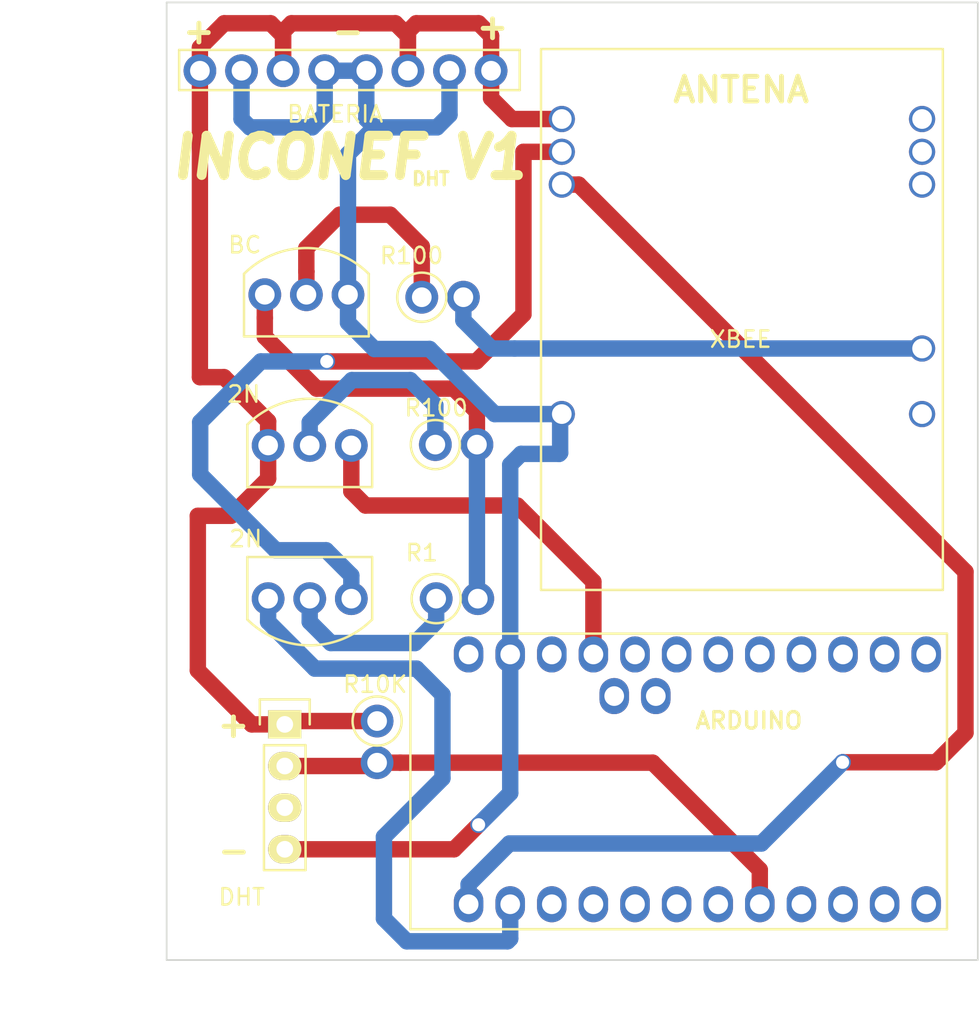
<source format=kicad_pcb>
(kicad_pcb (version 20171130) (host pcbnew "(5.0.2)-1")

  (general
    (thickness 1.6)
    (drawings 14)
    (tracks 141)
    (zones 0)
    (modules 11)
    (nets 39)
  )

  (page A4)
  (layers
    (0 F.Cu signal)
    (31 B.Cu signal)
    (32 B.Adhes user)
    (33 F.Adhes user)
    (34 B.Paste user)
    (35 F.Paste user)
    (36 B.SilkS user)
    (37 F.SilkS user)
    (38 B.Mask user)
    (39 F.Mask user)
    (40 Dwgs.User user)
    (41 Cmts.User user)
    (42 Eco1.User user)
    (43 Eco2.User user)
    (44 Edge.Cuts user)
    (45 Margin user)
    (46 B.CrtYd user)
    (47 F.CrtYd user)
    (48 B.Fab user)
    (49 F.Fab user)
  )

  (setup
    (last_trace_width 1)
    (trace_clearance 0.2)
    (zone_clearance 0.508)
    (zone_45_only no)
    (trace_min 1)
    (segment_width 0.2)
    (edge_width 0.1)
    (via_size 1)
    (via_drill 0.8)
    (via_min_size 0.4)
    (via_min_drill 0.3)
    (uvia_size 0.3)
    (uvia_drill 0.1)
    (uvias_allowed no)
    (uvia_min_size 0.2)
    (uvia_min_drill 0.1)
    (pcb_text_width 0.3)
    (pcb_text_size 1.5 1.5)
    (mod_edge_width 0.15)
    (mod_text_size 1 1)
    (mod_text_width 0.15)
    (pad_size 2 2)
    (pad_drill 0.8)
    (pad_to_mask_clearance 0)
    (solder_mask_min_width 0.25)
    (aux_axis_origin 111.8616 39.116)
    (grid_origin 180.4416 107.696)
    (visible_elements 7FFFFFFF)
    (pcbplotparams
      (layerselection 0x01020_ffffffff)
      (usegerberextensions false)
      (usegerberattributes false)
      (usegerberadvancedattributes false)
      (creategerberjobfile false)
      (excludeedgelayer true)
      (linewidth 0.100000)
      (plotframeref false)
      (viasonmask false)
      (mode 1)
      (useauxorigin false)
      (hpglpennumber 1)
      (hpglpenspeed 20)
      (hpglpendiameter 15.000000)
      (psnegative false)
      (psa4output false)
      (plotreference true)
      (plotvalue true)
      (plotinvisibletext false)
      (padsonsilk false)
      (subtractmaskfromsilk false)
      (outputformat 1)
      (mirror false)
      (drillshape 0)
      (scaleselection 1)
      (outputdirectory "../V0/"))
  )

  (net 0 "")
  (net 1 3.7V)
  (net 2 SENS_DATA)
  (net 3 "Net-(TH1-Pad3)")
  (net 4 GND)
  (net 5 TX_XBEE)
  (net 6 RX_XBEE)
  (net 7 "Net-(U4-Pad5)")
  (net 8 "Net-(U4-Pad6)")
  (net 9 "Net-(U4-Pad7)")
  (net 10 PINOUT_TRANSISTOR)
  (net 11 "Net-(U4-Pad9)")
  (net 12 "Net-(U7-Pad1)")
  (net 13 RX_ARDUINO)
  (net 14 3.7V_OUT-T)
  (net 15 "Net-(U10-Pad2)")
  (net 16 Salida_2T)
  (net 17 "Net-(U5-Pad1)")
  (net 18 "Net-(U2-Pad10)")
  (net 19 "Net-(U2-Pad9)")
  (net 20 "Net-(U2-Pad8)")
  (net 21 "Net-(U2-Pad7)")
  (net 22 "Net-(U2-Pad6)")
  (net 23 "Net-(U2-Pad4)")
  (net 24 "Net-(U2-Pad3)")
  (net 25 "Net-(U2-Pad2)")
  (net 26 "Net-(U2-Pad1)")
  (net 27 "Net-(U2-Pad24)")
  (net 28 "Net-(U2-Pad23)")
  (net 29 "Net-(U2-Pad22)")
  (net 30 "Net-(U2-Pad21)")
  (net 31 "Net-(U2-Pad20)")
  (net 32 "Net-(U2-Pad19)")
  (net 33 "Net-(U2-Pad18)")
  (net 34 "Net-(U2-Pad17)")
  (net 35 "Net-(U2-Pad15)")
  (net 36 "Net-(U2-Pad13)")
  (net 37 "Net-(U2-Pad25)")
  (net 38 "Net-(U2-Pad26)")

  (net_class Default "Esta es la clase de red por defecto."
    (clearance 0.2)
    (trace_width 1)
    (via_dia 1)
    (via_drill 0.8)
    (uvia_dia 0.3)
    (uvia_drill 0.1)
    (add_net 3.7V)
    (add_net 3.7V_OUT-T)
    (add_net GND)
    (add_net "Net-(TH1-Pad3)")
    (add_net "Net-(U10-Pad2)")
    (add_net "Net-(U2-Pad1)")
    (add_net "Net-(U2-Pad10)")
    (add_net "Net-(U2-Pad13)")
    (add_net "Net-(U2-Pad15)")
    (add_net "Net-(U2-Pad17)")
    (add_net "Net-(U2-Pad18)")
    (add_net "Net-(U2-Pad19)")
    (add_net "Net-(U2-Pad2)")
    (add_net "Net-(U2-Pad20)")
    (add_net "Net-(U2-Pad21)")
    (add_net "Net-(U2-Pad22)")
    (add_net "Net-(U2-Pad23)")
    (add_net "Net-(U2-Pad24)")
    (add_net "Net-(U2-Pad25)")
    (add_net "Net-(U2-Pad26)")
    (add_net "Net-(U2-Pad3)")
    (add_net "Net-(U2-Pad4)")
    (add_net "Net-(U2-Pad6)")
    (add_net "Net-(U2-Pad7)")
    (add_net "Net-(U2-Pad8)")
    (add_net "Net-(U2-Pad9)")
    (add_net "Net-(U4-Pad5)")
    (add_net "Net-(U4-Pad6)")
    (add_net "Net-(U4-Pad7)")
    (add_net "Net-(U4-Pad9)")
    (add_net "Net-(U5-Pad1)")
    (add_net "Net-(U7-Pad1)")
    (add_net PINOUT_TRANSISTOR)
    (add_net RX_ARDUINO)
    (add_net RX_XBEE)
    (add_net SENS_DATA)
    (add_net Salida_2T)
    (add_net TX_XBEE)
  )

  (module ProyectoCorcho:ArduinoProMini (layer F.Cu) (tedit 5CADF7E6) (tstamp 5CAB58F0)
    (at 144.272 86.5124)
    (descr "IC, ARDUINO_PRO_MINI x 0,6\"")
    (tags "DIL ARDUINO PRO MINI")
    (path /5CAB0093)
    (fp_text reference ARDUINO (at 3.1496 -3.5814) (layer F.SilkS)
      (effects (font (size 1 1) (thickness 0.2)))
    )
    (fp_text value "" (at 0 0) (layer F.Fab) hide
      (effects (font (size 0.8 0.8) (thickness 0.16)))
    )
    (fp_line (start 15.24 9.144) (end 15.24 -8.89) (layer F.SilkS) (width 0.15))
    (fp_line (start -17.526 -8.89) (end -17.526 9.144) (layer F.SilkS) (width 0.15))
    (fp_line (start 15.24 9.144) (end -17.526 9.144) (layer F.SilkS) (width 0.15))
    (fp_line (start -17.526 -8.89) (end 15.24 -8.89) (layer F.SilkS) (width 0.15))
    (pad 12 thru_hole oval (at -13.97 7.62) (size 1.8 2.19964) (drill 1.2) (layers *.Cu *.Mask)
      (net 6 RX_XBEE))
    (pad 11 thru_hole oval (at -11.43 7.62) (size 1.8 2.19964) (drill 1.2) (layers *.Cu *.Mask)
      (net 13 RX_ARDUINO))
    (pad 10 thru_hole oval (at -8.89 7.62) (size 1.8 2.19964) (drill 1.2) (layers *.Cu *.Mask)
      (net 18 "Net-(U2-Pad10)"))
    (pad 9 thru_hole oval (at -6.35 7.62) (size 1.8 2.19964) (drill 1.2) (layers *.Cu *.Mask)
      (net 19 "Net-(U2-Pad9)"))
    (pad 8 thru_hole oval (at -3.81 7.62) (size 1.8 2.19964) (drill 1.2) (layers *.Cu *.Mask)
      (net 20 "Net-(U2-Pad8)"))
    (pad 7 thru_hole oval (at -1.27 7.62) (size 1.8 2.19964) (drill 1.2) (layers *.Cu *.Mask)
      (net 21 "Net-(U2-Pad7)"))
    (pad 6 thru_hole oval (at 1.27 7.62) (size 1.8 2.19964) (drill 1.2) (layers *.Cu *.Mask)
      (net 22 "Net-(U2-Pad6)"))
    (pad 5 thru_hole oval (at 3.81 7.62) (size 1.8 2.19964) (drill 1.2) (layers *.Cu *.Mask)
      (net 2 SENS_DATA))
    (pad 4 thru_hole oval (at 6.35 7.62) (size 1.8 2.19964) (drill 1.2) (layers *.Cu *.Mask)
      (net 23 "Net-(U2-Pad4)"))
    (pad 3 thru_hole oval (at 8.89 7.62) (size 1.8 2.19964) (drill 1.2) (layers *.Cu *.Mask)
      (net 24 "Net-(U2-Pad3)"))
    (pad 2 thru_hole oval (at 11.43 7.62) (size 1.8 2.19964) (drill 1.2) (layers *.Cu *.Mask)
      (net 25 "Net-(U2-Pad2)"))
    (pad 1 thru_hole oval (at 13.97 7.62) (size 1.8 2.19964) (drill 1.2) (layers *.Cu *.Mask)
      (net 26 "Net-(U2-Pad1)"))
    (pad 24 thru_hole oval (at 13.97 -7.62) (size 1.8 2.19964) (drill 1.2) (layers *.Cu *.Mask)
      (net 27 "Net-(U2-Pad24)"))
    (pad 23 thru_hole oval (at 11.43 -7.62) (size 1.8 2.19964) (drill 1.2) (layers *.Cu *.Mask)
      (net 28 "Net-(U2-Pad23)"))
    (pad 22 thru_hole oval (at 8.89 -7.62) (size 1.8 2.19964) (drill 1.2) (layers *.Cu *.Mask)
      (net 29 "Net-(U2-Pad22)"))
    (pad 21 thru_hole oval (at 6.35 -7.62) (size 1.8 2.19964) (drill 1.2) (layers *.Cu *.Mask)
      (net 30 "Net-(U2-Pad21)"))
    (pad 20 thru_hole oval (at 3.81 -7.62) (size 1.8 2.19964) (drill 1.2) (layers *.Cu *.Mask)
      (net 31 "Net-(U2-Pad20)"))
    (pad 19 thru_hole oval (at 1.27 -7.62) (size 1.8 2.19964) (drill 1.2) (layers *.Cu *.Mask)
      (net 32 "Net-(U2-Pad19)"))
    (pad 18 thru_hole oval (at -1.27 -7.62) (size 1.8 2.19964) (drill 1.2) (layers *.Cu *.Mask)
      (net 33 "Net-(U2-Pad18)"))
    (pad 17 thru_hole oval (at -3.81 -7.62) (size 1.8 2.19964) (drill 1.2) (layers *.Cu *.Mask)
      (net 34 "Net-(U2-Pad17)"))
    (pad 16 thru_hole oval (at -6.35 -7.62) (size 1.8 2.19964) (drill 1.2) (layers *.Cu *.Mask)
      (net 14 3.7V_OUT-T))
    (pad 15 thru_hole oval (at -8.89 -7.62) (size 1.8 2.19964) (drill 1.2) (layers *.Cu *.Mask)
      (net 35 "Net-(U2-Pad15)"))
    (pad 14 thru_hole oval (at -11.43 -7.62) (size 1.8 2.19964) (drill 1.2) (layers *.Cu *.Mask)
      (net 4 GND))
    (pad 13 thru_hole oval (at -13.97 -7.62) (size 1.8 2.19964) (drill 1.2) (layers *.Cu *.Mask)
      (net 36 "Net-(U2-Pad13)"))
    (pad 25 thru_hole oval (at -2.54 -5.08) (size 1.8 2.19964) (drill 1.2) (layers *.Cu *.Mask)
      (net 37 "Net-(U2-Pad25)"))
    (pad 26 thru_hole oval (at -5.08 -5.08) (size 1.8 2.19964) (drill 1.2) (layers *.Cu *.Mask)
      (net 38 "Net-(U2-Pad26)"))
    (model Socket_Strips.3dshapes/Socket_Strip_Straight_1x02_Pitch2.54mm.wrl
      (offset (xyz -3.809999942779541 5.079999923706055 0))
      (scale (xyz 1 1 1))
      (rotate (xyz 0 0 0))
    )
    (model Socket_Strips.3dshapes/Socket_Strip_Straight_1x03_Pitch2.54mm.wrl
      (offset (xyz 13.96999979019165 2.539999961853027 0))
      (scale (xyz 1 1 1))
      (rotate (xyz 0 0 90))
    )
    (model Socket_Strips.3dshapes/Socket_Strip_Straight_1x12_Pitch2.54mm.wrl
      (offset (xyz 0 7.619999885559082 0))
      (scale (xyz 1 1 1))
      (rotate (xyz 0 0 0))
    )
    (model Socket_Strips.3dshapes/Socket_Strip_Straight_1x12_Pitch2.54mm.wrl
      (offset (xyz 0 -7.619999885559082 0))
      (scale (xyz 1 1 1))
      (rotate (xyz 0 0 0))
    )
    (model Socket_Strips.3dshapes/Socket_Strip_Straight_1x02_Pitch2.54mm.wrl
      (offset (xyz 6.349999904632568 5.079999923706055 0))
      (scale (xyz 1 1 1))
      (rotate (xyz 0 0 0))
    )
    (model ${MYSLOCAL}/mysensors.3dshapes/mysensors_arduino.3dshapes/arduino_pro_mini.wrl
      (offset (xyz -1.269999980926514 0 12.19199981689453))
      (scale (xyz 0.395 0.395 0.395))
      (rotate (xyz 0 0 180))
    )
    (model SMD_Packages.3dshapes/TQFP-32.wrl
      (offset (xyz 1.269999980926514 0 13.01749980449676))
      (scale (xyz 1 1 1))
      (rotate (xyz 0 0 315))
    )
    (model Pin_Headers.3dshapes/Pin_Header_Straight_1x12_Pitch2.54mm.wrl
      (offset (xyz 13.96999979019165 -7.619999885559082 11.30299983024597))
      (scale (xyz 1 1 1))
      (rotate (xyz 0 180 90))
    )
    (model Pin_Headers.3dshapes/Pin_Header_Straight_1x12_Pitch2.54mm.wrl
      (offset (xyz 13.96999979019165 7.619999885559082 11.30299983024597))
      (scale (xyz 1 1 1))
      (rotate (xyz 0 180 90))
    )
    (model Pin_Headers.3dshapes/Pin_Header_Straight_1x03_Pitch2.54mm.wrl
      (offset (xyz 13.96999979019165 5.079999923706055 11.30299983024597))
      (scale (xyz 1 1 1))
      (rotate (xyz 0 180 0))
    )
    (model Pin_Headers.3dshapes/Pin_Header_Straight_1x02_Pitch2.54mm.wrl
      (offset (xyz 7.619999885559082 5.079999923706055 11.30299983024597))
      (scale (xyz 1 1 1))
      (rotate (xyz 0 180 90))
    )
    (model Pin_Headers.3dshapes/Pin_Header_Straight_1x02_Pitch2.54mm.wrl
      (offset (xyz -2.539999961853027 5.079999923706055 11.30299983024597))
      (scale (xyz 1 1 1))
      (rotate (xyz 0 180 90))
    )
    (model ${MYSLOCAL}/mysensors.3dshapes/w.lain.3dshapes/smd_leds/led_0603.wrl
      (offset (xyz -7.619999885559082 0 13.01749980449676))
      (scale (xyz 1 1 1))
      (rotate (xyz 0 0 0))
    )
    (model ${MYSLOCAL}/mysensors.3dshapes/w.lain.3dshapes/smd_leds/led_0603.wrl
      (offset (xyz 13.96999979019165 -4.444999933242798 13.01749980449676))
      (scale (xyz 1 1 1))
      (rotate (xyz 0 0 0))
    )
    (model Pin_Headers.3dshapes/Pin_Header_Angled_1x06_Pitch2.54mm.wrl
      (offset (xyz -16.50999975204468 -6.349999904632568 13.01749980449676))
      (scale (xyz 1 1 1))
      (rotate (xyz 0 0 180))
    )
    (model Resistors_SMD.3dshapes/R_0603.wrl
      (offset (xyz -7.619999885559082 -1.269999980926514 13.01749980449676))
      (scale (xyz 1 1 1))
      (rotate (xyz 0 0 0))
    )
    (model Resistors_SMD.3dshapes/R_0603.wrl
      (offset (xyz 13.96999979019165 -3.174999952316284 13.01749980449676))
      (scale (xyz 1 1 1))
      (rotate (xyz 0 0 0))
    )
    (model Capacitors_SMD.3dshapes/C_0603.wrl
      (offset (xyz -7.619999885559082 1.269999980926514 13.01749980449676))
      (scale (xyz 1 1 1))
      (rotate (xyz 0 0 0))
    )
    (model Capacitors_Tantalum_SMD.3dshapes/CP_Tantalum_Case-S_EIA-3216-12.wrl
      (offset (xyz -8.889999866485596 3.809999942779541 13.01749980449676))
      (scale (xyz 1 1 1))
      (rotate (xyz 0 0 0))
    )
    (model Capacitors_Tantalum_SMD.3dshapes/CP_Tantalum_Case-S_EIA-3216-12.wrl
      (offset (xyz -8.889999866485596 -3.809999942779541 13.01749980449676))
      (scale (xyz 1 1 1))
      (rotate (xyz 0 0 0))
    )
    (model TO_SOT_Packages_SMD.3dshapes/SOT-23-5.wrl
      (offset (xyz -10.15999984741211 0 13.01749980449676))
      (scale (xyz 1 1 1))
      (rotate (xyz 0 0 90))
    )
    (model Capacitors_SMD.3dshapes/C_1210.wrl
      (offset (xyz -12.69999980926514 0 13.01749980449676))
      (scale (xyz 1 1 1))
      (rotate (xyz 0 0 90))
    )
    (model ${MYSLOCAL}/mysensors.3dshapes/w.lain.3dshapes/switch/smd_push.wrl
      (offset (xyz 10.15999984741211 0 13.01749980449676))
      (scale (xyz 1 1 1))
      (rotate (xyz 0 0 90))
    )
  )

  (module ProyectoCorcho:XBEE (layer F.Cu) (tedit 5CAB5DF0) (tstamp 5CAB5942)
    (at 134.7216 44.958)
    (path /5CAAFF90)
    (fp_text reference XBEE (at 12.1916 14.708) (layer F.SilkS)
      (effects (font (size 1 1) (thickness 0.15)))
    )
    (fp_text value "" (at 12.7 -1.27) (layer F.Fab)
      (effects (font (size 1 1) (thickness 0.15)))
    )
    (fp_line (start 0 -3) (end 24.54 -3) (layer F.SilkS) (width 0.15))
    (fp_line (start 24.54 -3) (end 24.54 30) (layer F.SilkS) (width 0.15))
    (fp_line (start 24.54 30) (end 0 30) (layer F.SilkS) (width 0.15))
    (fp_line (start 0 30) (end 0 -3) (layer F.SilkS) (width 0.15))
    (pad 1 thru_hole circle (at 1.27 1.27) (size 1.6 1.6) (drill 1.2) (layers *.Cu *.Mask)
      (net 1 3.7V))
    (pad 2 thru_hole circle (at 1.27 3.27) (size 1.6 1.6) (drill 1.2) (layers *.Cu *.Mask)
      (net 5 TX_XBEE))
    (pad 3 thru_hole circle (at 1.27 5.27) (size 1.6 1.6) (drill 1.2) (layers *.Cu *.Mask)
      (net 6 RX_XBEE))
    (pad 4 thru_hole circle (at 1.27 19.27) (size 1.6 1.6) (drill 1.2) (layers *.Cu *.Mask)
      (net 4 GND))
    (pad 5 thru_hole circle (at 23.27 1.27) (size 1.6 1.6) (drill 1.2) (layers *.Cu *.Mask)
      (net 7 "Net-(U4-Pad5)"))
    (pad 6 thru_hole circle (at 23.27 3.27) (size 1.6 1.6) (drill 1.2) (layers *.Cu *.Mask)
      (net 8 "Net-(U4-Pad6)"))
    (pad 7 thru_hole circle (at 23.27 5.27) (size 1.6 1.6) (drill 1.2) (layers *.Cu *.Mask)
      (net 9 "Net-(U4-Pad7)"))
    (pad 8 thru_hole circle (at 23.27 15.27) (size 1.6 1.6) (drill 1.2) (layers *.Cu *.Mask)
      (net 10 PINOUT_TRANSISTOR))
    (pad 9 thru_hole circle (at 23.27 19.27) (size 1.6 1.6) (drill 1.2) (layers *.Cu *.Mask)
      (net 11 "Net-(U4-Pad9)"))
  )

  (module ProyectoCorcho:PinesBateria (layer F.Cu) (tedit 5CAB5E14) (tstamp 5CAB407A)
    (at 112.6236 42.0116)
    (path /5CAB0001)
    (fp_text reference BATERIA (at 9.528 3.9144) (layer F.SilkS)
      (effects (font (size 1 1) (thickness 0.15)))
    )
    (fp_text value "" (at 10.16 -1.27) (layer F.Fab)
      (effects (font (size 1 1) (thickness 0.15)))
    )
    (fp_line (start 0 0) (end 20.8 0) (layer F.SilkS) (width 0.15))
    (fp_line (start 20.8 0) (end 20.8 2.45) (layer F.SilkS) (width 0.15))
    (fp_line (start 20.8 2.45) (end 0 2.45) (layer F.SilkS) (width 0.15))
    (fp_line (start 0 2.45) (end 0 0) (layer F.SilkS) (width 0.15))
    (pad 1 thru_hole circle (at 1.27 1.27) (size 2 2) (drill 1.2) (layers *.Cu *.Mask)
      (net 1 3.7V))
    (pad 2 thru_hole circle (at 3.81 1.27) (size 2 2) (drill 1.2) (layers *.Cu *.Mask)
      (net 4 GND))
    (pad 3 thru_hole circle (at 6.35 1.27) (size 2 2) (drill 1.2) (layers *.Cu *.Mask)
      (net 1 3.7V))
    (pad 4 thru_hole circle (at 8.89 1.27) (size 2 2) (drill 1.2) (layers *.Cu *.Mask)
      (net 4 GND))
    (pad 5 thru_hole circle (at 11.43 1.27) (size 2 2) (drill 1.2) (layers *.Cu *.Mask)
      (net 4 GND))
    (pad 6 thru_hole circle (at 13.97 1.27) (size 2 2) (drill 1.2) (layers *.Cu *.Mask)
      (net 1 3.7V))
    (pad 7 thru_hole circle (at 16.51 1.27) (size 2 2) (drill 1.2) (layers *.Cu *.Mask)
      (net 4 GND))
    (pad 8 thru_hole circle (at 19.05 1.27) (size 2 2) (drill 1.2) (layers *.Cu *.Mask)
      (net 1 3.7V))
  )

  (module ProyectoCorcho:Transistor1 (layer B.Cu) (tedit 5CAB5E63) (tstamp 5CAB4043)
    (at 120.5992 66.1416)
    (path /5CAB0548)
    (fp_text reference 2N (at -4.0276 -3.1256) (layer F.SilkS)
      (effects (font (size 1 1) (thickness 0.15)))
    )
    (fp_text value "" (at 0 3.81) (layer B.Fab)
      (effects (font (size 1 1) (thickness 0.15)) (justify mirror))
    )
    (fp_arc (start 0 2.54) (end 3.81 -1.27) (angle -90) (layer F.SilkS) (width 0.15))
    (fp_line (start 3.81 2.54) (end 3.81 -1.27) (layer F.SilkS) (width 0.15))
    (fp_line (start -3.81 2.54) (end 3.81 2.54) (layer F.SilkS) (width 0.15))
    (fp_line (start -3.81 -1.27) (end -3.81 2.54) (layer F.SilkS) (width 0.15))
    (pad 3 thru_hole circle (at 2.54 0) (size 2 2) (drill 1.2) (layers *.Cu *.Mask)
      (net 14 3.7V_OUT-T))
    (pad 2 thru_hole circle (at 0 0) (size 2 2) (drill 1.2) (layers *.Cu *.Mask)
      (net 15 "Net-(U10-Pad2)"))
    (pad 1 thru_hole circle (at -2.54 0) (size 2 2) (drill 1.2) (layers *.Cu *.Mask)
      (net 1 3.7V))
  )

  (module Sensors:DHT22_Temperature_Humidity (layer F.Cu) (tedit 5CAB5DB0) (tstamp 5CAB401C)
    (at 119.0752 86.9696 270)
    (path /5CAAFEFB)
    (fp_text reference DHT (at 6.7264 2.6336) (layer F.SilkS)
      (effects (font (size 1 1) (thickness 0.15)))
    )
    (fp_text value "" (at 0 5.445 270) (layer F.Fab)
      (effects (font (size 1 1) (thickness 0.15)))
    )
    (fp_line (start -2.54 1.27) (end -2.54 -1.27) (layer F.SilkS) (width 0.15))
    (fp_line (start 5.08 1.27) (end -2.54 1.27) (layer F.SilkS) (width 0.15))
    (fp_line (start 5.08 -1.27) (end 5.08 1.27) (layer F.SilkS) (width 0.15))
    (fp_line (start -2.54 -1.27) (end 5.08 -1.27) (layer F.SilkS) (width 0.15))
    (fp_line (start -5.334 1.524) (end -3.81 1.524) (layer F.SilkS) (width 0.15))
    (fp_line (start -5.334 -1.524) (end -5.334 1.524) (layer F.SilkS) (width 0.15))
    (fp_line (start -3.81 -1.524) (end -5.334 -1.524) (layer F.SilkS) (width 0.15))
    (fp_line (start -7.62 4.3) (end 7.62 4.3) (layer B.CrtYd) (width 0.15))
    (fp_line (start -7.62 -3.3) (end -7.62 4.3) (layer B.CrtYd) (width 0.15))
    (fp_line (start 7.62 -3.3) (end 7.62 4.3) (layer B.CrtYd) (width 0.15))
    (fp_line (start -7.62 -3.3) (end 7.62 -3.3) (layer B.CrtYd) (width 0.15))
    (fp_line (start -7.62 -2) (end 7.62 -2) (layer B.CrtYd) (width 0.15))
    (pad 1 thru_hole rect (at -3.81 0) (size 2.032 1.7272) (drill 1.016) (layers *.Cu *.Mask F.SilkS)
      (net 1 3.7V))
    (pad 2 thru_hole oval (at -1.27 0) (size 2.032 1.7272) (drill 1.016) (layers *.Cu *.Mask F.SilkS)
      (net 2 SENS_DATA))
    (pad 3 thru_hole oval (at 1.27 0) (size 2.032 1.7272) (drill 1.016) (layers *.Cu *.Mask F.SilkS)
      (net 3 "Net-(TH1-Pad3)"))
    (pad 4 thru_hole oval (at 3.81 0) (size 2.032 1.7272) (drill 1.016) (layers *.Cu *.Mask F.SilkS)
      (net 4 GND))
  )

  (module ProyectoCorcho:ResitenciaVertical (layer F.Cu) (tedit 5CAB5D2A) (tstamp 5CAB406A)
    (at 128.27 66.0908)
    (path /5CAB0154)
    (fp_text reference R100 (at 0.0516 -2.2348) (layer F.SilkS)
      (effects (font (size 1 1) (thickness 0.15)))
    )
    (fp_text value "" (at 1.27 -2.54) (layer F.Fab)
      (effects (font (size 1 1) (thickness 0.15)))
    )
    (fp_circle (center 0 0) (end 1.5 0) (layer F.SilkS) (width 0.15))
    (pad 1 thru_hole circle (at 0 0) (size 2 2) (drill 1.2) (layers *.Cu *.Mask)
      (net 15 "Net-(U10-Pad2)"))
    (pad 2 thru_hole circle (at 2.54 0) (size 2 2) (drill 1.2) (layers *.Cu *.Mask)
      (net 16 Salida_2T))
  )

  (module ProyectoCorcho:ResitenciaVertical (layer F.Cu) (tedit 5CAB5D89) (tstamp 5CAB4063)
    (at 128.3208 75.4888)
    (path /5CAB0275)
    (fp_text reference R1 (at -0.8792 -2.7928) (layer F.SilkS)
      (effects (font (size 1 1) (thickness 0.15)))
    )
    (fp_text value "" (at 1.27 -2.54) (layer F.Fab)
      (effects (font (size 1 1) (thickness 0.15)))
    )
    (fp_circle (center 0 0) (end 1.5 0) (layer F.SilkS) (width 0.15))
    (pad 1 thru_hole circle (at 0 0) (size 2 2) (drill 1.2) (layers *.Cu *.Mask)
      (net 12 "Net-(U7-Pad1)"))
    (pad 2 thru_hole circle (at 2.54 0) (size 2 2) (drill 1.2) (layers *.Cu *.Mask)
      (net 16 Salida_2T))
  )

  (module ProyectoCorcho:ResitenciaVertical (layer F.Cu) (tedit 5CAB5D15) (tstamp 5CAB405C)
    (at 127.4416 57.0992)
    (path /5CAB01CC)
    (fp_text reference R100 (at -0.6264 -2.5332) (layer F.SilkS)
      (effects (font (size 1 1) (thickness 0.15)))
    )
    (fp_text value "" (at 1.27 -2.54) (layer F.Fab)
      (effects (font (size 1 1) (thickness 0.15)))
    )
    (fp_circle (center 0 0) (end 1.5 0) (layer F.SilkS) (width 0.15))
    (pad 2 thru_hole circle (at 2.54 0) (size 2 2) (drill 1.2) (layers *.Cu *.Mask)
      (net 10 PINOUT_TRANSISTOR))
    (pad 1 thru_hole circle (at 0 0) (size 2 2) (drill 1.2) (layers *.Cu *.Mask)
      (net 17 "Net-(U5-Pad1)"))
  )

  (module ProyectoCorcho:ResitenciaVertical (layer F.Cu) (tedit 5CAB5DCC) (tstamp 5CAB4055)
    (at 124.714 82.9564 270)
    (path /5CAB25D5)
    (fp_text reference " R10K" (at -2.2404 0.5024) (layer F.SilkS)
      (effects (font (size 1 1) (thickness 0.15)))
    )
    (fp_text value "" (at 1.27 -2.54 270) (layer F.Fab)
      (effects (font (size 1 1) (thickness 0.15)))
    )
    (fp_circle (center 0 0) (end 1.5 0) (layer F.SilkS) (width 0.15))
    (pad 1 thru_hole circle (at 0 0 270) (size 2 2) (drill 1.2) (layers *.Cu *.Mask)
      (net 1 3.7V))
    (pad 2 thru_hole circle (at 2.54 0 270) (size 2 2) (drill 1.2) (layers *.Cu *.Mask)
      (net 2 SENS_DATA))
  )

  (module ProyectoCorcho:Transistor (layer F.Cu) (tedit 5CAE0039) (tstamp 5CAB404E)
    (at 120.396 56.9468)
    (path /5CAB0484)
    (fp_text reference BC (at -3.7644 -3.0408) (layer F.SilkS)
      (effects (font (size 1 1) (thickness 0.15)))
    )
    (fp_text value "" (at 0 -3.81) (layer F.Fab)
      (effects (font (size 1 1) (thickness 0.15)))
    )
    (fp_line (start 3.81 -1.27) (end 3.81 2.54) (layer F.SilkS) (width 0.15))
    (fp_line (start 3.81 2.54) (end -3.81 2.54) (layer F.SilkS) (width 0.15))
    (fp_line (start -3.81 2.54) (end -3.81 -1.27) (layer F.SilkS) (width 0.15))
    (fp_arc (start 0 2.54) (end -3.81 -1.27) (angle 90) (layer F.SilkS) (width 0.15))
    (pad 1 thru_hole circle (at -2.54 0) (size 2 2) (drill 1.2) (layers *.Cu *.Mask)
      (net 16 Salida_2T))
    (pad 2 thru_hole circle (at 0 0) (size 2 2) (drill 1.2) (layers *.Cu *.Mask)
      (net 17 "Net-(U5-Pad1)"))
    (pad 3 thru_hole circle (at 2.54 0) (size 2 2) (drill 1.2) (layers *.Cu *.Mask)
      (net 4 GND))
  )

  (module ProyectoCorcho:Transistor1 (layer B.Cu) (tedit 5CAB5E45) (tstamp 5CAB4038)
    (at 120.5992 75.4888 180)
    (path /5CAB0508)
    (fp_text reference 2N (at 3.9076 3.6528 180) (layer F.SilkS)
      (effects (font (size 1 1) (thickness 0.15)))
    )
    (fp_text value "" (at 0 3.81 180) (layer B.Fab)
      (effects (font (size 1 1) (thickness 0.15)) (justify mirror))
    )
    (fp_line (start -3.81 -1.27) (end -3.81 2.54) (layer F.SilkS) (width 0.15))
    (fp_line (start -3.81 2.54) (end 3.81 2.54) (layer F.SilkS) (width 0.15))
    (fp_line (start 3.81 2.54) (end 3.81 -1.27) (layer F.SilkS) (width 0.15))
    (fp_arc (start 0 2.54) (end 3.81 -1.27) (angle -90) (layer F.SilkS) (width 0.15))
    (pad 1 thru_hole circle (at -2.54 0 180) (size 2 2) (drill 1.2) (layers *.Cu *.Mask)
      (net 5 TX_XBEE))
    (pad 2 thru_hole circle (at 0 0 180) (size 2 2) (drill 1.2) (layers *.Cu *.Mask)
      (net 12 "Net-(U7-Pad1)"))
    (pad 3 thru_hole circle (at 2.54 0 180) (size 2 2) (drill 1.2) (layers *.Cu *.Mask)
      (net 13 RX_ARDUINO))
  )

  (dimension 49.53 (width 0.3) (layer Dwgs.User)
    (gr_text "49,530 mm" (at 136.6266 102.810999) (layer Dwgs.User)
      (effects (font (size 1.5 1.5) (thickness 0.3)))
    )
    (feature1 (pts (xy 161.3916 97.536) (xy 161.3916 101.29742)))
    (feature2 (pts (xy 111.8616 97.536) (xy 111.8616 101.29742)))
    (crossbar (pts (xy 111.8616 100.710999) (xy 161.3916 100.710999)))
    (arrow1a (pts (xy 161.3916 100.710999) (xy 160.265096 101.29742)))
    (arrow1b (pts (xy 161.3916 100.710999) (xy 160.265096 100.124578)))
    (arrow2a (pts (xy 111.8616 100.710999) (xy 112.988104 101.29742)))
    (arrow2b (pts (xy 111.8616 100.710999) (xy 112.988104 100.124578)))
  )
  (gr_line (start 161.3916 97.536) (end 111.8616 97.536) (layer Edge.Cuts) (width 0.1))
  (gr_line (start 161.3916 39.116) (end 161.3916 97.536) (layer Edge.Cuts) (width 0.1))
  (gr_line (start 111.8616 39.116) (end 161.3916 39.116) (layer Edge.Cuts) (width 0.1))
  (gr_text "DHT\n" (at 127.9916 49.876) (layer F.SilkS)
    (effects (font (size 0.8 0.8) (thickness 0.2)))
  )
  (gr_text "INCONEF V1\n" (at 123.0416 48.566) (layer F.SilkS)
    (effects (font (size 2.4 2.4) (thickness 0.6) italic))
  )
  (dimension 58.42 (width 0.3) (layer Dwgs.User)
    (gr_text "58,420 mm" (at 107.2216 68.326 90) (layer Dwgs.User)
      (effects (font (size 1.5 1.5) (thickness 0.3)))
    )
    (feature1 (pts (xy 111.8616 39.116) (xy 108.735179 39.116)))
    (feature2 (pts (xy 111.8616 97.536) (xy 108.735179 97.536)))
    (crossbar (pts (xy 109.3216 97.536) (xy 109.3216 39.116)))
    (arrow1a (pts (xy 109.3216 39.116) (xy 109.908021 40.242504)))
    (arrow1b (pts (xy 109.3216 39.116) (xy 108.735179 40.242504)))
    (arrow2a (pts (xy 109.3216 97.536) (xy 109.908021 96.409496)))
    (arrow2b (pts (xy 109.3216 97.536) (xy 108.735179 96.409496)))
  )
  (gr_line (start 111.8616 39.116) (end 111.8616 97.536) (layer Edge.Cuts) (width 0.1))
  (gr_text - (at 115.9716 90.846) (layer F.SilkS) (tstamp 5CAB661B)
    (effects (font (size 1.5 1.5) (thickness 0.3)) (justify mirror))
  )
  (gr_text + (at 115.9416 83.166) (layer F.SilkS) (tstamp 5CAB660B)
    (effects (font (size 1.5 1.5) (thickness 0.3)))
  )
  (gr_text - (at 122.9316 40.856) (layer F.SilkS)
    (effects (font (size 1.5 1.5) (thickness 0.3)) (justify mirror))
  )
  (gr_text + (at 131.7616 40.586) (layer F.SilkS) (tstamp 5CAB660B)
    (effects (font (size 1.5 1.5) (thickness 0.3)))
  )
  (gr_text + (at 113.8316 40.846) (layer F.SilkS)
    (effects (font (size 1.5 1.5) (thickness 0.3)))
  )
  (gr_text ANTENA (at 146.9416 44.446) (layer F.SilkS)
    (effects (font (size 1.5 1.5) (thickness 0.3)))
  )

  (segment (start 131.6736 43.2816) (end 131.094602 43.2816) (width 0.25) (layer F.Cu) (net 1))
  (segment (start 113.8936 43.2816) (end 113.8936 61.976) (width 1) (layer F.Cu) (net 1))
  (segment (start 119.2784 82.9564) (end 119.0752 83.1596) (width 1) (layer F.Cu) (net 1))
  (segment (start 124.714 82.9564) (end 119.2784 82.9564) (width 1) (layer F.Cu) (net 1))
  (segment (start 117.0592 83.1596) (end 113.7666 79.867) (width 1) (layer F.Cu) (net 1))
  (segment (start 119.0752 83.1596) (end 117.0592 83.1596) (width 1) (layer F.Cu) (net 1))
  (segment (start 113.7666 79.867) (end 113.7666 70.4342) (width 1) (layer F.Cu) (net 1))
  (segment (start 118.9736 41.148) (end 118.9736 43.2816) (width 1) (layer F.Cu) (net 1))
  (segment (start 118.2116 40.386) (end 118.9736 41.148) (width 1) (layer F.Cu) (net 1))
  (segment (start 115.374987 40.386) (end 118.2116 40.386) (width 1) (layer F.Cu) (net 1))
  (segment (start 113.8936 43.2816) (end 113.8936 41.867387) (width 1) (layer F.Cu) (net 1))
  (segment (start 113.8936 41.867387) (end 115.374987 40.386) (width 1) (layer F.Cu) (net 1))
  (segment (start 126.5936 41.148) (end 126.5936 43.2816) (width 1) (layer F.Cu) (net 1))
  (segment (start 125.8316 40.386) (end 126.5936 41.148) (width 1) (layer F.Cu) (net 1))
  (segment (start 119.4816 40.386) (end 125.8316 40.386) (width 1) (layer F.Cu) (net 1))
  (segment (start 118.9736 43.2816) (end 118.9736 40.894) (width 1) (layer F.Cu) (net 1))
  (segment (start 118.9736 40.894) (end 119.4816 40.386) (width 1) (layer F.Cu) (net 1))
  (segment (start 126.5936 43.2816) (end 126.5936 40.894) (width 1) (layer F.Cu) (net 1))
  (segment (start 126.5936 40.894) (end 127.1016 40.386) (width 1) (layer F.Cu) (net 1))
  (segment (start 127.1016 40.386) (end 130.9116 40.386) (width 1) (layer F.Cu) (net 1))
  (segment (start 131.6736 41.148) (end 131.6736 43.2816) (width 1) (layer F.Cu) (net 1))
  (segment (start 130.9116 40.386) (end 131.6736 41.148) (width 1) (layer F.Cu) (net 1))
  (segment (start 132.9436 46.228) (end 135.89 46.228) (width 1) (layer F.Cu) (net 1))
  (segment (start 131.6736 43.2816) (end 131.6736 44.958) (width 1) (layer F.Cu) (net 1))
  (segment (start 131.6736 44.958) (end 132.9436 46.228) (width 1) (layer F.Cu) (net 1))
  (segment (start 118.0592 66.1416) (end 118.0592 64.6684) (width 1) (layer F.Cu) (net 1))
  (segment (start 115.3668 61.976) (end 113.8936 61.976) (width 1) (layer F.Cu) (net 1))
  (segment (start 118.0592 64.6684) (end 115.3668 61.976) (width 1) (layer F.Cu) (net 1))
  (segment (start 118.0592 66.1416) (end 118.0592 68.1736) (width 1) (layer F.Cu) (net 1))
  (segment (start 115.7986 70.4342) (end 113.7666 70.4342) (width 1) (layer F.Cu) (net 1))
  (segment (start 118.0592 68.1736) (end 115.7986 70.4342) (width 1) (layer F.Cu) (net 1))
  (segment (start 119.2784 85.4964) (end 119.0752 85.6996) (width 0.25) (layer F.Cu) (net 2))
  (segment (start 148.082 93.93258) (end 148.082 94.1324) (width 0.25) (layer F.Cu) (net 2))
  (segment (start 126.128213 85.4964) (end 124.714 85.4964) (width 1) (layer F.Cu) (net 2))
  (segment (start 141.54582 85.4964) (end 126.128213 85.4964) (width 1) (layer F.Cu) (net 2))
  (segment (start 148.082 92.03258) (end 141.54582 85.4964) (width 1) (layer F.Cu) (net 2))
  (segment (start 148.082 94.1324) (end 148.082 92.03258) (width 1) (layer F.Cu) (net 2))
  (segment (start 124.5108 85.6996) (end 124.714 85.4964) (width 1) (layer F.Cu) (net 2))
  (segment (start 119.0752 85.6996) (end 124.5108 85.6996) (width 1) (layer F.Cu) (net 2))
  (segment (start 132.842 78.69258) (end 132.842 78.8924) (width 1) (layer B.Cu) (net 4))
  (segment (start 135.89 64.228) (end 131.8936 64.228) (width 1) (layer B.Cu) (net 4))
  (segment (start 132.842 78.8924) (end 132.842 87.3506) (width 1) (layer B.Cu) (net 4))
  (segment (start 132.842 87.3506) (end 130.9116 89.281) (width 1) (layer B.Cu) (net 4))
  (segment (start 130.9116 89.281) (end 130.9116 89.281) (width 1) (layer B.Cu) (net 4) (tstamp 5CAE0251))
  (via (at 130.9116 89.281) (size 1) (drill 0.8) (layers F.Cu B.Cu) (net 4))
  (segment (start 129.413 90.7796) (end 130.9116 89.281) (width 1) (layer F.Cu) (net 4))
  (segment (start 119.0752 90.7796) (end 129.413 90.7796) (width 1) (layer F.Cu) (net 4))
  (segment (start 121.5136 45.974) (end 121.5136 43.2816) (width 1) (layer B.Cu) (net 4))
  (segment (start 120.7516 46.736) (end 121.5136 45.974) (width 1) (layer B.Cu) (net 4))
  (segment (start 116.9416 46.736) (end 120.7516 46.736) (width 1) (layer B.Cu) (net 4))
  (segment (start 116.4336 43.2816) (end 116.4336 46.228) (width 1) (layer B.Cu) (net 4))
  (segment (start 116.4336 46.228) (end 116.9416 46.736) (width 1) (layer B.Cu) (net 4))
  (segment (start 121.5136 43.2816) (end 124.0536 43.2816) (width 1) (layer B.Cu) (net 4))
  (segment (start 129.1336 43.2816) (end 129.1336 45.974) (width 1) (layer B.Cu) (net 4))
  (segment (start 129.1336 45.974) (end 128.3716 46.736) (width 1) (layer B.Cu) (net 4))
  (segment (start 128.3716 46.736) (end 124.5616 46.736) (width 1) (layer B.Cu) (net 4))
  (segment (start 124.0536 46.228) (end 124.0536 43.2816) (width 1) (layer B.Cu) (net 4))
  (segment (start 124.5616 46.736) (end 124.0536 46.228) (width 1) (layer B.Cu) (net 4))
  (segment (start 122.936 48.3616) (end 124.5616 46.736) (width 1) (layer B.Cu) (net 4))
  (segment (start 122.936 56.9468) (end 122.936 48.3616) (width 1) (layer B.Cu) (net 4))
  (segment (start 122.936 56.9468) (end 122.936 58.6504) (width 1) (layer B.Cu) (net 4))
  (segment (start 122.936 58.6504) (end 124.5416 60.256) (width 1) (layer B.Cu) (net 4))
  (segment (start 127.9216 60.256) (end 131.8936 64.228) (width 1) (layer B.Cu) (net 4))
  (segment (start 124.5416 60.256) (end 127.9216 60.256) (width 1) (layer B.Cu) (net 4))
  (segment (start 132.842 78.8924) (end 132.842 67.3156) (width 1) (layer B.Cu) (net 4))
  (segment (start 132.842 67.3156) (end 133.5016 66.656) (width 1) (layer B.Cu) (net 4))
  (segment (start 133.5016 66.656) (end 135.8316 66.656) (width 1) (layer B.Cu) (net 4))
  (segment (start 135.89 66.5976) (end 135.89 64.228) (width 1) (layer B.Cu) (net 4))
  (segment (start 135.8316 66.656) (end 135.89 66.5976) (width 1) (layer B.Cu) (net 4))
  (segment (start 123.1392 75.4888) (end 123.1392 74.074587) (width 1) (layer B.Cu) (net 5))
  (segment (start 135.89 48.228) (end 133.6496 48.228) (width 1) (layer F.Cu) (net 5))
  (segment (start 121.600613 72.536) (end 118.5316 72.536) (width 1) (layer B.Cu) (net 5))
  (segment (start 123.1392 74.074587) (end 121.600613 72.536) (width 1) (layer B.Cu) (net 5))
  (segment (start 118.5316 72.536) (end 113.9116 67.916) (width 1) (layer B.Cu) (net 5))
  (segment (start 113.9116 67.916) (end 113.9116 64.716) (width 1) (layer B.Cu) (net 5))
  (segment (start 113.9116 64.716) (end 117.6116 61.016) (width 1) (layer B.Cu) (net 5))
  (segment (start 117.6116 61.016) (end 121.6416 61.016) (width 1) (layer B.Cu) (net 5))
  (segment (start 121.6416 61.016) (end 121.6416 61.016) (width 1) (layer B.Cu) (net 5) (tstamp 5CB58C9A))
  (via (at 121.6416 61.016) (size 1) (drill 0.8) (layers F.Cu B.Cu) (net 5))
  (segment (start 121.6416 61.016) (end 130.7716 61.016) (width 1) (layer F.Cu) (net 5))
  (segment (start 133.6496 58.138) (end 133.6496 48.228) (width 1) (layer F.Cu) (net 5))
  (segment (start 130.7716 61.016) (end 133.6496 58.138) (width 1) (layer F.Cu) (net 5))
  (segment (start 130.302 93.93258) (end 130.302 94.1324) (width 0.25) (layer B.Cu) (net 6))
  (segment (start 153.1366 85.471) (end 153.1366 85.471) (width 1) (layer B.Cu) (net 6) (tstamp 5CAE013C))
  (via (at 153.1366 85.471) (size 1) (drill 0.8) (layers F.Cu B.Cu) (net 6))
  (segment (start 130.302 92.9164) (end 132.7924 90.426) (width 1) (layer B.Cu) (net 6))
  (segment (start 130.302 94.1324) (end 130.302 92.9164) (width 1) (layer B.Cu) (net 6))
  (segment (start 148.1816 90.426) (end 153.1366 85.471) (width 1) (layer B.Cu) (net 6))
  (segment (start 132.7924 90.426) (end 148.1816 90.426) (width 1) (layer B.Cu) (net 6))
  (segment (start 137.02137 50.228) (end 135.89 50.228) (width 1) (layer F.Cu) (net 6))
  (segment (start 160.64159 73.84822) (end 137.02137 50.228) (width 1) (layer F.Cu) (net 6))
  (segment (start 160.64159 83.67601) (end 160.64159 73.84822) (width 1) (layer F.Cu) (net 6))
  (segment (start 153.1366 85.471) (end 158.8466 85.471) (width 1) (layer F.Cu) (net 6))
  (segment (start 158.8466 85.471) (end 160.64159 83.67601) (width 1) (layer F.Cu) (net 6))
  (segment (start 157.89 60.228) (end 133.1104 60.228) (width 1) (layer B.Cu) (net 10))
  (segment (start 131.696187 60.228) (end 133.1104 60.228) (width 1) (layer B.Cu) (net 10))
  (segment (start 129.9816 58.513413) (end 131.696187 60.228) (width 1) (layer B.Cu) (net 10))
  (segment (start 129.9816 57.0992) (end 129.9816 58.513413) (width 1) (layer B.Cu) (net 10))
  (segment (start 128.3208 76.903013) (end 128.3208 75.4888) (width 1) (layer B.Cu) (net 12))
  (segment (start 127.027813 78.196) (end 128.3208 76.903013) (width 1) (layer B.Cu) (net 12))
  (segment (start 121.892187 78.196) (end 127.027813 78.196) (width 1) (layer B.Cu) (net 12))
  (segment (start 120.5992 76.903013) (end 121.892187 78.196) (width 1) (layer B.Cu) (net 12))
  (segment (start 120.5992 75.4888) (end 120.5992 76.903013) (width 1) (layer B.Cu) (net 12))
  (segment (start 132.842 94.33222) (end 132.842 94.1324) (width 1) (layer B.Cu) (net 13))
  (segment (start 118.0592 76.903013) (end 118.0592 75.4888) (width 1) (layer B.Cu) (net 13))
  (segment (start 128.70199 81.33639) (end 127.1216 79.756) (width 1) (layer B.Cu) (net 13))
  (segment (start 128.70199 86.44561) (end 128.70199 81.33639) (width 1) (layer B.Cu) (net 13))
  (segment (start 132.842 96.23222) (end 132.6816 96.39262) (width 1) (layer B.Cu) (net 13))
  (segment (start 127.1216 79.756) (end 120.912187 79.756) (width 1) (layer B.Cu) (net 13))
  (segment (start 132.842 94.1324) (end 132.842 96.23222) (width 1) (layer B.Cu) (net 13))
  (segment (start 132.6816 96.39262) (end 126.51822 96.39262) (width 1) (layer B.Cu) (net 13))
  (segment (start 120.912187 79.756) (end 118.0592 76.903013) (width 1) (layer B.Cu) (net 13))
  (segment (start 126.51822 96.39262) (end 125.1316 95.006) (width 1) (layer B.Cu) (net 13))
  (segment (start 125.1316 95.006) (end 125.1316 90.016) (width 1) (layer B.Cu) (net 13))
  (segment (start 125.1316 90.016) (end 128.70199 86.44561) (width 1) (layer B.Cu) (net 13))
  (segment (start 137.922 78.69258) (end 137.922 78.8924) (width 1) (layer F.Cu) (net 14))
  (segment (start 137.922 74.4556) (end 137.922 78.8924) (width 1) (layer F.Cu) (net 14))
  (segment (start 133.2724 69.806) (end 137.922 74.4556) (width 1) (layer F.Cu) (net 14))
  (segment (start 124.0016 69.806) (end 133.2724 69.806) (width 1) (layer F.Cu) (net 14))
  (segment (start 123.1392 66.1416) (end 123.1392 68.9436) (width 1) (layer F.Cu) (net 14))
  (segment (start 123.1392 68.9436) (end 124.0016 69.806) (width 1) (layer F.Cu) (net 14))
  (segment (start 128.27 63.688128) (end 128.27 66.0908) (width 1) (layer B.Cu) (net 15))
  (segment (start 126.737862 62.15599) (end 128.27 63.688128) (width 1) (layer B.Cu) (net 15))
  (segment (start 123.170597 62.15599) (end 126.737862 62.15599) (width 1) (layer B.Cu) (net 15))
  (segment (start 120.5992 64.727387) (end 123.170597 62.15599) (width 1) (layer B.Cu) (net 15))
  (segment (start 120.5992 66.1416) (end 120.5992 64.727387) (width 1) (layer B.Cu) (net 15))
  (segment (start 130.81 75.438) (end 130.8608 75.4888) (width 1) (layer B.Cu) (net 16))
  (segment (start 130.81 66.0908) (end 130.81 75.438) (width 1) (layer B.Cu) (net 16))
  (segment (start 117.856 58.361013) (end 117.856 56.9468) (width 1) (layer F.Cu) (net 16))
  (segment (start 117.856 59.5104) (end 117.856 58.361013) (width 1) (layer F.Cu) (net 16))
  (segment (start 121.0216 62.676) (end 117.856 59.5104) (width 1) (layer F.Cu) (net 16))
  (segment (start 129.4016 62.676) (end 121.0216 62.676) (width 1) (layer F.Cu) (net 16))
  (segment (start 130.81 66.0908) (end 130.81 64.0844) (width 1) (layer F.Cu) (net 16))
  (segment (start 130.81 64.0844) (end 129.4016 62.676) (width 1) (layer F.Cu) (net 16))
  (segment (start 127.4416 53.996) (end 127.4416 57.0992) (width 1) (layer F.Cu) (net 17))
  (segment (start 120.396 55.532587) (end 120.3916 55.528187) (width 1) (layer F.Cu) (net 17))
  (segment (start 120.396 56.9468) (end 120.396 55.532587) (width 1) (layer F.Cu) (net 17))
  (segment (start 120.3916 55.528187) (end 120.3916 54.106) (width 1) (layer F.Cu) (net 17))
  (segment (start 120.3916 54.106) (end 122.4316 52.066) (width 1) (layer F.Cu) (net 17))
  (segment (start 122.4316 52.066) (end 125.5116 52.066) (width 1) (layer F.Cu) (net 17))
  (segment (start 125.5116 52.066) (end 127.4416 53.996) (width 1) (layer F.Cu) (net 17))

)

</source>
